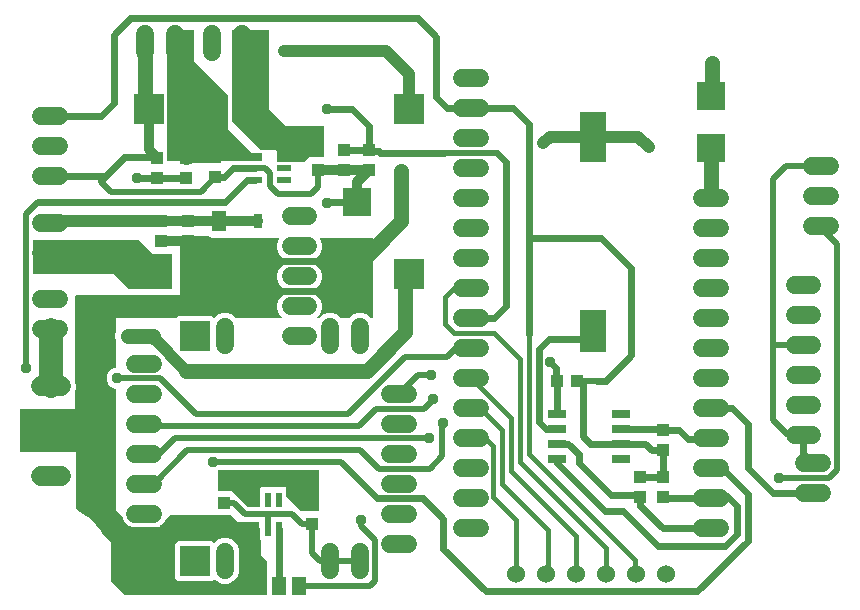
<source format=gbr>
G04 EAGLE Gerber RS-274X export*
G75*
%MOMM*%
%FSLAX34Y34*%
%LPD*%
%INTop Copper*%
%IPPOS*%
%AMOC8*
5,1,8,0,0,1.08239X$1,22.5*%
G01*
%ADD10R,1.000000X1.100000*%
%ADD11R,2.300000X4.300000*%
%ADD12R,2.300000X3.660000*%
%ADD13R,1.200000X0.600000*%
%ADD14R,1.525000X0.650000*%
%ADD15C,1.508000*%
%ADD16R,2.540000X2.540000*%
%ADD17R,0.800000X1.150000*%
%ADD18R,1.250000X1.700000*%
%ADD19R,2.450000X2.350000*%
%ADD20R,2.400000X2.400000*%
%ADD21C,1.524000*%
%ADD22R,1.100000X1.000000*%
%ADD23C,1.676400*%
%ADD24C,1.524000*%
%ADD25R,0.600000X1.200000*%
%ADD26R,1.300000X1.500000*%
%ADD27C,0.609600*%
%ADD28C,0.508000*%
%ADD29C,0.812800*%
%ADD30C,1.016000*%
%ADD31C,0.956400*%
%ADD32C,1.270000*%
%ADD33C,0.406400*%
%ADD34C,0.304800*%
%ADD35C,2.000000*%
%ADD36C,0.950000*%

G36*
X218213Y9172D02*
X218213Y9172D01*
X218264Y9174D01*
X218296Y9192D01*
X218332Y9200D01*
X218371Y9233D01*
X218416Y9257D01*
X218437Y9287D01*
X218465Y9310D01*
X218486Y9357D01*
X218516Y9399D01*
X218524Y9441D01*
X218536Y9469D01*
X218535Y9499D01*
X218543Y9541D01*
X218543Y25948D01*
X218709Y26113D01*
X218749Y26178D01*
X218793Y26240D01*
X218795Y26252D01*
X218800Y26260D01*
X218804Y26298D01*
X218820Y26382D01*
X218820Y38100D01*
X218807Y38158D01*
X218807Y38160D01*
X218806Y38162D01*
X218803Y38174D01*
X218790Y38249D01*
X218783Y38259D01*
X218781Y38269D01*
X218757Y38298D01*
X218709Y38369D01*
X213740Y43338D01*
X213740Y56034D01*
X213723Y56108D01*
X213710Y56183D01*
X213703Y56193D01*
X213701Y56203D01*
X213677Y56231D01*
X213629Y56303D01*
X212391Y57540D01*
X212391Y71120D01*
X212380Y71170D01*
X212378Y71221D01*
X212360Y71253D01*
X212352Y71289D01*
X212319Y71328D01*
X212295Y71373D01*
X212265Y71394D01*
X212242Y71422D01*
X212195Y71443D01*
X212153Y71473D01*
X212111Y71481D01*
X212083Y71493D01*
X212053Y71492D01*
X212011Y71500D01*
X194214Y71500D01*
X188229Y77485D01*
X188164Y77525D01*
X188102Y77569D01*
X188090Y77571D01*
X188082Y77576D01*
X188045Y77580D01*
X187960Y77596D01*
X137668Y77596D01*
X137594Y77579D01*
X137519Y77566D01*
X137509Y77559D01*
X137499Y77557D01*
X137470Y77533D01*
X137399Y77485D01*
X132572Y72658D01*
X132572Y72657D01*
X132570Y72656D01*
X132490Y72535D01*
X132238Y71926D01*
X128974Y68662D01*
X128365Y68410D01*
X128364Y68409D01*
X128362Y68409D01*
X128242Y68328D01*
X127351Y67436D01*
X126090Y67436D01*
X126088Y67436D01*
X126086Y67436D01*
X125944Y67407D01*
X124708Y66895D01*
X105012Y66895D01*
X100746Y68662D01*
X97482Y71926D01*
X95715Y76192D01*
X95715Y76369D01*
X95698Y76443D01*
X95685Y76518D01*
X95678Y76528D01*
X95676Y76538D01*
X95652Y76567D01*
X95604Y76638D01*
X90804Y81438D01*
X90804Y183813D01*
X90793Y183863D01*
X90791Y183914D01*
X90773Y183946D01*
X90765Y183982D01*
X90732Y184021D01*
X90708Y184066D01*
X90678Y184087D01*
X90655Y184115D01*
X90608Y184136D01*
X90566Y184166D01*
X90524Y184174D01*
X90496Y184186D01*
X90466Y184185D01*
X90424Y184193D01*
X90188Y184193D01*
X86937Y185540D01*
X84448Y188029D01*
X83101Y191280D01*
X83101Y194800D01*
X84448Y198051D01*
X86937Y200540D01*
X90188Y201887D01*
X90424Y201887D01*
X90474Y201898D01*
X90525Y201900D01*
X90557Y201918D01*
X90593Y201926D01*
X90632Y201959D01*
X90677Y201983D01*
X90698Y202013D01*
X90726Y202036D01*
X90747Y202083D01*
X90777Y202125D01*
X90785Y202167D01*
X90797Y202195D01*
X90796Y202225D01*
X90804Y202267D01*
X90804Y226324D01*
X90804Y226326D01*
X90804Y226328D01*
X90775Y226470D01*
X90585Y226928D01*
X90585Y231072D01*
X90775Y231530D01*
X90776Y231532D01*
X90777Y231534D01*
X90804Y231676D01*
X90804Y243968D01*
X141642Y243968D01*
X141716Y243985D01*
X141791Y243998D01*
X141801Y244005D01*
X141811Y244007D01*
X141839Y244031D01*
X141911Y244079D01*
X143496Y245665D01*
X172264Y245665D01*
X173849Y244079D01*
X173914Y244039D01*
X173976Y243995D01*
X173988Y243993D01*
X173996Y243988D01*
X174033Y243984D01*
X174118Y243968D01*
X174239Y243968D01*
X174313Y243985D01*
X174387Y243998D01*
X174398Y244005D01*
X174407Y244007D01*
X174436Y244031D01*
X174508Y244079D01*
X176706Y246278D01*
X180972Y248045D01*
X185588Y248045D01*
X189854Y246278D01*
X192052Y244079D01*
X192117Y244039D01*
X192179Y243995D01*
X192191Y243993D01*
X192200Y243988D01*
X192237Y243984D01*
X192321Y243968D01*
X231543Y243968D01*
X231568Y243974D01*
X231593Y243971D01*
X231651Y243993D01*
X231711Y244007D01*
X231731Y244024D01*
X231755Y244033D01*
X231797Y244078D01*
X231845Y244117D01*
X231856Y244141D01*
X231873Y244160D01*
X231891Y244219D01*
X231916Y244276D01*
X231915Y244301D01*
X231922Y244326D01*
X231912Y244387D01*
X231909Y244449D01*
X231897Y244471D01*
X231893Y244497D01*
X231844Y244568D01*
X231827Y244601D01*
X231818Y244607D01*
X231812Y244617D01*
X229002Y247426D01*
X227235Y251692D01*
X227235Y256308D01*
X229002Y260574D01*
X232266Y263838D01*
X236532Y265605D01*
X256228Y265605D01*
X260494Y263838D01*
X263758Y260574D01*
X265525Y256308D01*
X265525Y251692D01*
X263758Y247426D01*
X260948Y244617D01*
X260935Y244595D01*
X260915Y244579D01*
X260890Y244522D01*
X260857Y244470D01*
X260855Y244444D01*
X260844Y244420D01*
X260846Y244359D01*
X260840Y244297D01*
X260850Y244273D01*
X260851Y244247D01*
X260880Y244193D01*
X260902Y244135D01*
X260921Y244118D01*
X260933Y244095D01*
X260984Y244060D01*
X261029Y244018D01*
X261054Y244010D01*
X261075Y243995D01*
X261160Y243979D01*
X261195Y243968D01*
X261205Y243970D01*
X261217Y243968D01*
X263139Y243968D01*
X263213Y243985D01*
X263287Y243998D01*
X263298Y244005D01*
X263307Y244007D01*
X263336Y244031D01*
X263408Y244079D01*
X265606Y246278D01*
X269872Y248045D01*
X274488Y248045D01*
X278754Y246278D01*
X280952Y244079D01*
X281017Y244039D01*
X281079Y243995D01*
X281091Y243993D01*
X281100Y243988D01*
X281137Y243984D01*
X281221Y243968D01*
X288539Y243968D01*
X288613Y243985D01*
X288687Y243998D01*
X288698Y244005D01*
X288707Y244007D01*
X288736Y244031D01*
X288808Y244079D01*
X291006Y246278D01*
X295272Y248045D01*
X299888Y248045D01*
X304154Y246278D01*
X306352Y244079D01*
X306417Y244039D01*
X306479Y243995D01*
X306491Y243993D01*
X306500Y243988D01*
X306537Y243984D01*
X306621Y243968D01*
X308356Y243968D01*
X308406Y243979D01*
X308457Y243981D01*
X308489Y243999D01*
X308525Y244007D01*
X308564Y244040D01*
X308609Y244064D01*
X308630Y244094D01*
X308658Y244117D01*
X308679Y244164D01*
X308709Y244206D01*
X308717Y244248D01*
X308729Y244276D01*
X308728Y244306D01*
X308736Y244348D01*
X308736Y311404D01*
X308725Y311454D01*
X308723Y311505D01*
X308705Y311537D01*
X308697Y311573D01*
X308664Y311612D01*
X308640Y311657D01*
X308610Y311678D01*
X308587Y311706D01*
X308540Y311727D01*
X308498Y311757D01*
X308456Y311765D01*
X308428Y311777D01*
X308398Y311776D01*
X308356Y311784D01*
X264157Y311784D01*
X264120Y311775D01*
X264081Y311777D01*
X264036Y311756D01*
X263988Y311745D01*
X263959Y311720D01*
X263924Y311704D01*
X263893Y311666D01*
X263855Y311635D01*
X263839Y311599D01*
X263815Y311570D01*
X263804Y311522D01*
X263784Y311476D01*
X263785Y311438D01*
X263777Y311400D01*
X263789Y311341D01*
X263790Y311303D01*
X263800Y311285D01*
X263806Y311258D01*
X265525Y307108D01*
X265525Y302492D01*
X263758Y298226D01*
X260494Y294962D01*
X256228Y293195D01*
X236532Y293195D01*
X232266Y294962D01*
X229002Y298226D01*
X227235Y302492D01*
X227235Y307108D01*
X228954Y311258D01*
X228961Y311296D01*
X228976Y311332D01*
X228974Y311381D01*
X228982Y311429D01*
X228971Y311466D01*
X228970Y311505D01*
X228946Y311548D01*
X228932Y311595D01*
X228905Y311623D01*
X228887Y311657D01*
X228847Y311685D01*
X228813Y311721D01*
X228777Y311734D01*
X228745Y311757D01*
X228686Y311768D01*
X228650Y311781D01*
X228630Y311779D01*
X228603Y311784D01*
X145796Y311784D01*
X145746Y311773D01*
X145695Y311771D01*
X145663Y311753D01*
X145627Y311745D01*
X145588Y311712D01*
X145543Y311688D01*
X145522Y311658D01*
X145494Y311635D01*
X145473Y311588D01*
X145443Y311546D01*
X145435Y311504D01*
X145423Y311476D01*
X145424Y311446D01*
X145416Y311404D01*
X145416Y263810D01*
X145131Y263524D01*
X57912Y263524D01*
X57838Y263507D01*
X57763Y263494D01*
X57753Y263487D01*
X57743Y263485D01*
X57714Y263461D01*
X57643Y263413D01*
X56627Y262397D01*
X56587Y262332D01*
X56543Y262270D01*
X56541Y262258D01*
X56536Y262250D01*
X56532Y262213D01*
X56516Y262128D01*
X56516Y189407D01*
X56516Y189405D01*
X56516Y189403D01*
X56532Y189326D01*
X56533Y189299D01*
X56540Y189285D01*
X56545Y189261D01*
X56829Y188576D01*
X56829Y183624D01*
X56545Y182939D01*
X56544Y182937D01*
X56543Y182935D01*
X56516Y182793D01*
X56516Y167004D01*
X10541Y167004D01*
X10491Y166993D01*
X10440Y166991D01*
X10408Y166973D01*
X10372Y166965D01*
X10333Y166932D01*
X10288Y166908D01*
X10267Y166878D01*
X10239Y166855D01*
X10218Y166808D01*
X10188Y166766D01*
X10180Y166724D01*
X10168Y166696D01*
X10169Y166666D01*
X10161Y166624D01*
X10161Y131064D01*
X10172Y131014D01*
X10174Y130963D01*
X10192Y130931D01*
X10200Y130895D01*
X10233Y130856D01*
X10257Y130811D01*
X10287Y130790D01*
X10310Y130762D01*
X10357Y130741D01*
X10399Y130711D01*
X10441Y130703D01*
X10469Y130691D01*
X10499Y130692D01*
X10541Y130684D01*
X57024Y130684D01*
X57024Y83820D01*
X57041Y83746D01*
X57054Y83671D01*
X57061Y83661D01*
X57063Y83651D01*
X57087Y83622D01*
X57135Y83551D01*
X60815Y79871D01*
X60844Y79853D01*
X60879Y79820D01*
X70273Y73783D01*
X78605Y64167D01*
X80329Y60391D01*
X80346Y60369D01*
X80406Y60280D01*
X86488Y54199D01*
X86488Y21336D01*
X86505Y21262D01*
X86508Y21246D01*
X86509Y21228D01*
X86512Y21222D01*
X86518Y21187D01*
X86525Y21177D01*
X86527Y21167D01*
X86551Y21138D01*
X86583Y21090D01*
X86591Y21076D01*
X86595Y21073D01*
X86599Y21067D01*
X98394Y9272D01*
X98459Y9232D01*
X98521Y9188D01*
X98533Y9186D01*
X98541Y9181D01*
X98578Y9177D01*
X98663Y9161D01*
X218163Y9161D01*
X218213Y9172D01*
G37*
G36*
X214426Y377075D02*
X214426Y377075D01*
X214477Y377077D01*
X214509Y377095D01*
X214545Y377103D01*
X214584Y377136D01*
X214629Y377160D01*
X214650Y377190D01*
X214678Y377213D01*
X214699Y377260D01*
X214729Y377302D01*
X214737Y377344D01*
X214749Y377372D01*
X214748Y377402D01*
X214756Y377444D01*
X214756Y383540D01*
X214745Y383590D01*
X214743Y383641D01*
X214725Y383673D01*
X214717Y383709D01*
X214684Y383748D01*
X214660Y383793D01*
X214630Y383814D01*
X214607Y383842D01*
X214560Y383863D01*
X214518Y383893D01*
X214476Y383901D01*
X214448Y383913D01*
X214418Y383912D01*
X214376Y383920D01*
X205898Y383920D01*
X185800Y404018D01*
X185800Y432308D01*
X185783Y432382D01*
X185770Y432457D01*
X185763Y432467D01*
X185761Y432477D01*
X185737Y432506D01*
X185689Y432577D01*
X156844Y461422D01*
X156844Y487680D01*
X156833Y487730D01*
X156831Y487781D01*
X156813Y487813D01*
X156805Y487849D01*
X156772Y487888D01*
X156748Y487933D01*
X156718Y487954D01*
X156695Y487982D01*
X156648Y488003D01*
X156606Y488033D01*
X156564Y488041D01*
X156536Y488053D01*
X156506Y488052D01*
X156464Y488060D01*
X134620Y488060D01*
X134570Y488049D01*
X134519Y488047D01*
X134487Y488029D01*
X134451Y488021D01*
X134412Y487988D01*
X134367Y487964D01*
X134346Y487934D01*
X134318Y487911D01*
X134297Y487864D01*
X134267Y487822D01*
X134259Y487780D01*
X134247Y487752D01*
X134248Y487722D01*
X134240Y487680D01*
X134240Y377444D01*
X134251Y377394D01*
X134253Y377343D01*
X134271Y377311D01*
X134279Y377275D01*
X134312Y377236D01*
X134336Y377191D01*
X134366Y377170D01*
X134389Y377142D01*
X134436Y377121D01*
X134478Y377091D01*
X134520Y377083D01*
X134548Y377071D01*
X134578Y377072D01*
X134620Y377064D01*
X214376Y377064D01*
X214426Y377075D01*
G37*
G36*
X251026Y376573D02*
X251026Y376573D01*
X251101Y376586D01*
X251111Y376593D01*
X251121Y376595D01*
X251150Y376619D01*
X251221Y376667D01*
X254666Y380112D01*
X266700Y380112D01*
X266750Y380123D01*
X266801Y380125D01*
X266833Y380143D01*
X266869Y380151D01*
X266908Y380184D01*
X266953Y380208D01*
X266974Y380238D01*
X267002Y380261D01*
X267023Y380308D01*
X267053Y380350D01*
X267061Y380392D01*
X267073Y380420D01*
X267072Y380450D01*
X267080Y380492D01*
X267080Y405892D01*
X267069Y405942D01*
X267067Y405993D01*
X267049Y406025D01*
X267041Y406061D01*
X267008Y406100D01*
X266984Y406145D01*
X266954Y406166D01*
X266931Y406194D01*
X266884Y406215D01*
X266842Y406245D01*
X266800Y406253D01*
X266772Y406265D01*
X266742Y406264D01*
X266700Y406272D01*
X235362Y406272D01*
X220344Y421290D01*
X220344Y487680D01*
X220333Y487730D01*
X220331Y487781D01*
X220313Y487813D01*
X220305Y487849D01*
X220272Y487888D01*
X220248Y487933D01*
X220218Y487954D01*
X220195Y487982D01*
X220148Y488003D01*
X220106Y488033D01*
X220064Y488041D01*
X220036Y488053D01*
X220006Y488052D01*
X219964Y488060D01*
X189992Y488060D01*
X189942Y488049D01*
X189891Y488047D01*
X189859Y488029D01*
X189823Y488021D01*
X189784Y487988D01*
X189739Y487964D01*
X189718Y487934D01*
X189690Y487911D01*
X189669Y487864D01*
X189639Y487822D01*
X189631Y487780D01*
X189619Y487752D01*
X189620Y487722D01*
X189612Y487680D01*
X189612Y410464D01*
X189629Y410390D01*
X189642Y410315D01*
X189649Y410305D01*
X189651Y410295D01*
X189675Y410266D01*
X189723Y410195D01*
X213599Y386319D01*
X213664Y386279D01*
X213726Y386235D01*
X213738Y386233D01*
X213746Y386228D01*
X213783Y386224D01*
X213868Y386208D01*
X226411Y386208D01*
X227204Y385415D01*
X227204Y376936D01*
X227215Y376886D01*
X227217Y376835D01*
X227235Y376803D01*
X227243Y376767D01*
X227276Y376728D01*
X227300Y376683D01*
X227330Y376662D01*
X227353Y376634D01*
X227400Y376613D01*
X227442Y376583D01*
X227484Y376575D01*
X227512Y376563D01*
X227542Y376564D01*
X227584Y376556D01*
X250952Y376556D01*
X251026Y376573D01*
G37*
G36*
X138226Y268363D02*
X138226Y268363D01*
X138277Y268365D01*
X138309Y268383D01*
X138345Y268391D01*
X138384Y268424D01*
X138429Y268448D01*
X138450Y268478D01*
X138478Y268501D01*
X138499Y268548D01*
X138529Y268590D01*
X138537Y268632D01*
X138549Y268660D01*
X138548Y268690D01*
X138556Y268732D01*
X138556Y297688D01*
X138545Y297738D01*
X138543Y297789D01*
X138525Y297821D01*
X138517Y297857D01*
X138484Y297896D01*
X138460Y297941D01*
X138430Y297962D01*
X138407Y297990D01*
X138360Y298011D01*
X138318Y298041D01*
X138276Y298049D01*
X138248Y298061D01*
X138218Y298060D01*
X138176Y298068D01*
X122078Y298068D01*
X109997Y310149D01*
X109932Y310189D01*
X109870Y310233D01*
X109858Y310235D01*
X109850Y310240D01*
X109813Y310244D01*
X109728Y310260D01*
X21336Y310260D01*
X21286Y310249D01*
X21235Y310247D01*
X21203Y310229D01*
X21167Y310221D01*
X21128Y310188D01*
X21083Y310164D01*
X21062Y310134D01*
X21034Y310111D01*
X21013Y310064D01*
X20983Y310022D01*
X20975Y309980D01*
X20963Y309952D01*
X20964Y309922D01*
X20956Y309880D01*
X20956Y281432D01*
X20967Y281382D01*
X20969Y281331D01*
X20987Y281299D01*
X20995Y281263D01*
X21028Y281224D01*
X21052Y281179D01*
X21082Y281158D01*
X21105Y281130D01*
X21152Y281109D01*
X21194Y281079D01*
X21236Y281071D01*
X21264Y281059D01*
X21294Y281060D01*
X21336Y281052D01*
X89759Y281052D01*
X102347Y268463D01*
X102412Y268423D01*
X102474Y268379D01*
X102486Y268377D01*
X102494Y268372D01*
X102531Y268368D01*
X102616Y268352D01*
X138176Y268352D01*
X138226Y268363D01*
G37*
G36*
X262686Y80911D02*
X262686Y80911D01*
X262737Y80913D01*
X262769Y80931D01*
X262805Y80939D01*
X262844Y80972D01*
X262889Y80996D01*
X262910Y81026D01*
X262938Y81049D01*
X262959Y81096D01*
X262989Y81138D01*
X262997Y81180D01*
X263009Y81208D01*
X263008Y81238D01*
X263016Y81280D01*
X263016Y114808D01*
X263005Y114858D01*
X263003Y114909D01*
X262985Y114941D01*
X262977Y114977D01*
X262944Y115016D01*
X262920Y115061D01*
X262890Y115082D01*
X262867Y115110D01*
X262820Y115131D01*
X262778Y115161D01*
X262736Y115169D01*
X262708Y115181D01*
X262678Y115180D01*
X262636Y115188D01*
X177800Y115188D01*
X177750Y115177D01*
X177699Y115175D01*
X177667Y115157D01*
X177631Y115149D01*
X177592Y115116D01*
X177547Y115092D01*
X177526Y115062D01*
X177498Y115039D01*
X177477Y114992D01*
X177447Y114950D01*
X177439Y114908D01*
X177427Y114880D01*
X177428Y114850D01*
X177420Y114808D01*
X177420Y98044D01*
X177431Y97994D01*
X177433Y97943D01*
X177451Y97911D01*
X177459Y97875D01*
X177492Y97836D01*
X177516Y97791D01*
X177546Y97770D01*
X177569Y97742D01*
X177616Y97721D01*
X177658Y97691D01*
X177700Y97683D01*
X177728Y97671D01*
X177758Y97672D01*
X177800Y97664D01*
X189327Y97664D01*
X202931Y84059D01*
X202996Y84019D01*
X203058Y83975D01*
X203070Y83973D01*
X203078Y83968D01*
X203115Y83964D01*
X203200Y83948D01*
X212852Y83948D01*
X212902Y83959D01*
X212953Y83961D01*
X212985Y83979D01*
X213021Y83987D01*
X213060Y84020D01*
X213105Y84044D01*
X213126Y84074D01*
X213154Y84097D01*
X213175Y84144D01*
X213205Y84186D01*
X213213Y84228D01*
X213225Y84256D01*
X213224Y84286D01*
X213232Y84328D01*
X213232Y100712D01*
X235332Y100712D01*
X235332Y92456D01*
X235349Y92382D01*
X235362Y92307D01*
X235369Y92297D01*
X235371Y92287D01*
X235395Y92258D01*
X235443Y92187D01*
X246619Y81011D01*
X246684Y80971D01*
X246746Y80927D01*
X246758Y80925D01*
X246766Y80920D01*
X246803Y80916D01*
X246888Y80900D01*
X262636Y80900D01*
X262686Y80911D01*
G37*
%LPC*%
G36*
X180972Y19255D02*
X180972Y19255D01*
X176706Y21022D01*
X174447Y23281D01*
X174404Y23308D01*
X174367Y23343D01*
X174331Y23353D01*
X174300Y23373D01*
X174249Y23377D01*
X174200Y23392D01*
X174164Y23386D01*
X174128Y23389D01*
X174080Y23371D01*
X174030Y23362D01*
X173994Y23338D01*
X173966Y23327D01*
X173945Y23305D01*
X173910Y23281D01*
X172264Y21635D01*
X143496Y21635D01*
X141115Y24016D01*
X141115Y52784D01*
X143496Y55165D01*
X172264Y55165D01*
X173910Y53519D01*
X173953Y53492D01*
X173990Y53457D01*
X174026Y53447D01*
X174057Y53427D01*
X174107Y53423D01*
X174156Y53408D01*
X174193Y53414D01*
X174229Y53411D01*
X174277Y53429D01*
X174327Y53438D01*
X174363Y53462D01*
X174391Y53473D01*
X174412Y53495D01*
X174447Y53519D01*
X176706Y55778D01*
X180972Y57545D01*
X185588Y57545D01*
X189854Y55778D01*
X193118Y52514D01*
X194885Y48248D01*
X194885Y28552D01*
X193118Y24286D01*
X189854Y21022D01*
X185588Y19255D01*
X180972Y19255D01*
G37*
%LPD*%
%LPC*%
G36*
X236532Y267795D02*
X236532Y267795D01*
X232266Y269562D01*
X229002Y272826D01*
X227235Y277092D01*
X227235Y281708D01*
X229002Y285974D01*
X232266Y289238D01*
X236532Y291005D01*
X256228Y291005D01*
X260494Y289238D01*
X263758Y285974D01*
X265525Y281708D01*
X265525Y277092D01*
X263758Y272826D01*
X260494Y269562D01*
X256228Y267795D01*
X236532Y267795D01*
G37*
%LPD*%
D10*
X175000Y363100D03*
X175000Y380100D03*
X262000Y386000D03*
X262000Y369000D03*
X284000Y386100D03*
X284000Y369100D03*
D11*
X494900Y397658D03*
D12*
X494900Y233245D03*
D13*
X208400Y380200D03*
X208400Y370700D03*
X208400Y361200D03*
X233400Y361200D03*
X233400Y370700D03*
X233400Y380200D03*
D14*
X518980Y125058D03*
X518980Y137758D03*
X518980Y150458D03*
X518980Y163158D03*
X464740Y163158D03*
X464740Y150458D03*
X464740Y137758D03*
X464740Y125058D03*
D10*
X554000Y92576D03*
X554000Y109576D03*
X535000Y92776D03*
X535000Y109776D03*
X554000Y149300D03*
X554000Y132300D03*
X126000Y362900D03*
X126000Y379900D03*
X150000Y379900D03*
X150000Y362900D03*
D15*
X384160Y447200D02*
X399240Y447200D01*
X399240Y421800D02*
X384160Y421800D01*
X384160Y396400D02*
X399240Y396400D01*
X399240Y371000D02*
X384160Y371000D01*
X384160Y345600D02*
X399240Y345600D01*
X399240Y320200D02*
X384160Y320200D01*
X384160Y294800D02*
X399240Y294800D01*
X399240Y269400D02*
X384160Y269400D01*
X384160Y244000D02*
X399240Y244000D01*
X399240Y218600D02*
X384160Y218600D01*
X384160Y193200D02*
X399240Y193200D01*
X399240Y167800D02*
X384160Y167800D01*
X384160Y142400D02*
X399240Y142400D01*
X399240Y117000D02*
X384160Y117000D01*
X384160Y91600D02*
X399240Y91600D01*
X399240Y66200D02*
X384160Y66200D01*
X587360Y66200D02*
X602440Y66200D01*
X602440Y91600D02*
X587360Y91600D01*
X587360Y117000D02*
X602440Y117000D01*
X602440Y142400D02*
X587360Y142400D01*
X587360Y167800D02*
X602440Y167800D01*
X602440Y193200D02*
X587360Y193200D01*
X587360Y218600D02*
X602440Y218600D01*
X602440Y244000D02*
X587360Y244000D01*
X587360Y269400D02*
X602440Y269400D01*
X602440Y294800D02*
X587360Y294800D01*
X587360Y320200D02*
X602440Y320200D01*
X602440Y345600D02*
X587360Y345600D01*
X253920Y330200D02*
X238840Y330200D01*
X238840Y304800D02*
X253920Y304800D01*
X253920Y279400D02*
X238840Y279400D01*
X238840Y254000D02*
X253920Y254000D01*
X253920Y228600D02*
X238840Y228600D01*
X665560Y271780D02*
X680640Y271780D01*
X680640Y246380D02*
X665560Y246380D01*
X665560Y220980D02*
X680640Y220980D01*
X680640Y195580D02*
X665560Y195580D01*
X665560Y170180D02*
X680640Y170180D01*
X680640Y144780D02*
X665560Y144780D01*
X42440Y415056D02*
X27360Y415056D01*
X27360Y389656D02*
X42440Y389656D01*
X42440Y364256D02*
X27360Y364256D01*
X107320Y205500D02*
X122400Y205500D01*
X122400Y180100D02*
X107320Y180100D01*
X107320Y154700D02*
X122400Y154700D01*
X122400Y129300D02*
X107320Y129300D01*
X107320Y103900D02*
X122400Y103900D01*
X122400Y78500D02*
X107320Y78500D01*
X323220Y180100D02*
X338300Y180100D01*
X338300Y154700D02*
X323220Y154700D01*
X323220Y129300D02*
X338300Y129300D01*
X338300Y103900D02*
X323220Y103900D01*
X323220Y78500D02*
X338300Y78500D01*
X338300Y53100D02*
X323220Y53100D01*
X297580Y221360D02*
X297580Y236440D01*
X272180Y236440D02*
X272180Y221360D01*
X183280Y221360D02*
X183280Y236440D01*
X183280Y45940D02*
X183280Y30860D01*
X272180Y30860D02*
X272180Y45940D01*
X297580Y45940D02*
X297580Y30860D01*
D16*
X157880Y38400D03*
X157880Y228900D03*
D10*
X305000Y386500D03*
X305000Y369500D03*
D17*
X211000Y291500D03*
X211000Y326500D03*
D18*
X178000Y299500D03*
X178000Y326500D03*
D10*
X152000Y309500D03*
X152000Y326500D03*
X129000Y309500D03*
X129000Y326500D03*
D19*
X295000Y280000D03*
X295000Y342000D03*
D20*
X595000Y432000D03*
X595000Y388000D03*
D21*
X680636Y372892D02*
X695876Y372892D01*
X695876Y347492D02*
X680636Y347492D01*
X680636Y322092D02*
X695876Y322092D01*
D16*
X339000Y281000D03*
X339000Y421000D03*
X119000Y281000D03*
X119000Y421000D03*
D15*
X42540Y324224D02*
X27460Y324224D01*
X27460Y298824D02*
X42540Y298824D01*
X140700Y469460D02*
X140700Y484540D01*
X115300Y484540D02*
X115300Y469460D01*
X197700Y469460D02*
X197700Y484540D01*
X172300Y484540D02*
X172300Y469460D01*
X42540Y260192D02*
X27460Y260192D01*
X27460Y234792D02*
X42540Y234792D01*
D22*
X464152Y191000D03*
X481152Y191000D03*
D23*
X44382Y109900D02*
X27618Y109900D01*
X27618Y148000D02*
X44382Y148000D01*
X44382Y186100D02*
X27618Y186100D01*
D15*
X673572Y96300D02*
X688652Y96300D01*
X688652Y121700D02*
X673572Y121700D01*
D24*
X480568Y26924D03*
X455168Y26924D03*
X429768Y26924D03*
X505968Y26924D03*
X531368Y26924D03*
X556768Y26924D03*
D25*
X209956Y65224D03*
X219456Y65224D03*
X228956Y65224D03*
X228956Y90224D03*
X219456Y90224D03*
X209956Y90224D03*
D10*
X182372Y87748D03*
X182372Y70748D03*
X257048Y86732D03*
X257048Y69732D03*
D26*
X212108Y16764D03*
X229108Y16764D03*
X246108Y16764D03*
D27*
X464152Y163746D02*
X464740Y163158D01*
X464152Y163746D02*
X464152Y191000D01*
X673100Y129712D02*
X681112Y121700D01*
X673100Y129712D02*
X673100Y144780D01*
D28*
X660220Y144780D01*
X647000Y158000D01*
X647000Y219000D01*
X648980Y220980D02*
X673100Y220980D01*
X648980Y220980D02*
X647000Y219000D01*
X657892Y372892D02*
X688256Y372892D01*
X657892Y372892D02*
X647000Y362000D01*
X647000Y219000D01*
D29*
X152000Y326500D02*
X129000Y326500D01*
X152000Y326500D02*
X178000Y326500D01*
X211000Y326500D01*
X126000Y379900D02*
X119000Y386900D01*
X119000Y421000D01*
D27*
X175000Y363100D02*
X182100Y363100D01*
X189700Y370700D02*
X208400Y370700D01*
X189700Y370700D02*
X182100Y363100D01*
D28*
X208400Y370700D02*
X217300Y370700D01*
X221000Y367000D02*
X221000Y356000D01*
X228000Y349000D01*
X262000Y355000D02*
X262000Y369000D01*
X221000Y367000D02*
X217300Y370700D01*
X228000Y349000D02*
X256000Y349000D01*
X262000Y355000D01*
D29*
X262000Y369000D02*
X283900Y369000D01*
D27*
X284000Y369100D01*
X304600Y369100D02*
X305000Y369500D01*
D29*
X304600Y369100D02*
X284000Y369100D01*
D27*
X82256Y364256D02*
X34900Y364256D01*
X78700Y360700D02*
X82256Y364256D01*
X98000Y380000D01*
X125900Y380000D01*
X126000Y379900D01*
D28*
X162900Y351000D02*
X175000Y363100D01*
X162900Y351000D02*
X87000Y351000D01*
X78700Y359300D01*
X78700Y360700D01*
D30*
X128756Y326256D02*
X129000Y326500D01*
X128756Y326256D02*
X37032Y326256D01*
X35000Y324224D01*
D27*
X458828Y207256D02*
X463908Y202176D01*
X463908Y191244D01*
X464152Y191000D01*
D31*
X458828Y207256D03*
D30*
X494900Y397658D02*
X533342Y397658D01*
X542000Y389000D01*
D31*
X542000Y389000D03*
D30*
X494900Y397658D02*
X458070Y397658D01*
X452460Y392048D01*
D31*
X452460Y392048D03*
D30*
X339000Y421000D02*
X339000Y451000D01*
X320000Y470000D01*
D31*
X233000Y470000D03*
D30*
X320000Y470000D01*
D29*
X295000Y359500D02*
X295000Y342000D01*
X295000Y359500D02*
X305000Y369500D01*
D32*
X115300Y424700D02*
X115300Y477000D01*
X115300Y424700D02*
X119000Y421000D01*
D31*
X466852Y397764D03*
X530352Y397764D03*
D27*
X295000Y342000D02*
X270372Y342000D01*
X269748Y341376D01*
D31*
X269748Y341376D03*
D28*
X272180Y38400D02*
X263352Y38400D01*
X257048Y44704D01*
X272180Y38400D02*
X297580Y38400D01*
X190636Y87748D02*
X182372Y87748D01*
X190636Y87748D02*
X200152Y78232D01*
X219456Y78232D01*
X239776Y78232D01*
X248276Y69732D01*
X219456Y65224D02*
X219456Y78232D01*
X248276Y69732D02*
X257048Y69732D01*
X257048Y44704D01*
D27*
X518980Y137758D02*
X539242Y137758D01*
X545000Y132000D01*
X553700Y132000D01*
X554000Y132300D01*
X554000Y109576D01*
X553800Y109776D01*
X535000Y109776D01*
X518980Y137758D02*
X492242Y137758D01*
X486000Y144000D01*
X486000Y191000D01*
X498000Y191000D02*
X505664Y191000D01*
X527156Y212492D01*
X527156Y286332D01*
X391700Y421800D02*
X371200Y421800D01*
X362000Y431000D02*
X362000Y482396D01*
X346604Y497792D01*
X103000Y497792D01*
X89000Y483792D01*
X89000Y426000D02*
X78064Y415064D01*
X34908Y415064D02*
X34900Y415056D01*
X34908Y415064D02*
X78064Y415064D01*
X362000Y431000D02*
X371200Y421800D01*
X89000Y426000D02*
X89000Y483792D01*
X481152Y191000D02*
X486000Y191000D01*
D33*
X530352Y39116D02*
X530352Y27940D01*
X531368Y26924D01*
D28*
X498000Y191000D02*
X481152Y191000D01*
D33*
X440944Y230124D02*
X440944Y128524D01*
X530352Y39116D01*
D27*
X440944Y230124D02*
X440944Y311912D01*
X440944Y408432D01*
X427576Y421800D01*
X440944Y311912D02*
X501576Y311912D01*
X527156Y286332D01*
X427576Y421800D02*
X391700Y421800D01*
X464740Y137758D02*
X473814Y137758D01*
X482636Y128936D01*
X482636Y121700D02*
X510336Y94000D01*
X533776Y94000D01*
X535000Y92776D01*
X482636Y121700D02*
X482636Y128936D01*
X535000Y92776D02*
X535000Y85000D01*
X553800Y66200D02*
X594900Y66200D01*
X553800Y66200D02*
X535000Y85000D01*
X464740Y121072D02*
X464740Y125058D01*
X607000Y51000D02*
X617000Y61000D01*
X617000Y84508D01*
X608508Y93000D01*
X596300Y93000D01*
X594900Y91600D01*
X504812Y81000D02*
X464740Y121072D01*
X504812Y81000D02*
X520000Y81000D01*
X550000Y51000D01*
X607000Y51000D01*
X594900Y91600D02*
X554976Y91600D01*
X554000Y92576D01*
D31*
X652000Y109000D03*
D28*
X695112Y109000D01*
X701144Y115032D02*
X701144Y306856D01*
X687082Y320918D01*
X688256Y322092D01*
X701144Y115032D02*
X695112Y109000D01*
D27*
X464740Y150458D02*
X454894Y150458D01*
X449416Y155936D01*
X449416Y217844D01*
X457860Y226288D01*
X495000Y226288D02*
X495000Y233145D01*
X494900Y233245D01*
X495000Y226288D02*
X457860Y226288D01*
X552842Y150458D02*
X554000Y149300D01*
X552842Y150458D02*
X518980Y150458D01*
X554000Y149300D02*
X567700Y149300D01*
X575000Y142000D01*
X594500Y142000D01*
X594900Y142400D01*
X208300Y380100D02*
X175000Y380100D01*
X208300Y380100D02*
X208400Y380200D01*
D32*
X150200Y380100D02*
X150200Y429800D01*
X140700Y439300D01*
D30*
X150200Y380100D02*
X150000Y379900D01*
X150200Y380100D02*
X175000Y380100D01*
D32*
X140700Y439300D02*
X140700Y477000D01*
D27*
X150000Y362900D02*
X126000Y362900D01*
X109100Y362900D01*
X109000Y363000D01*
D31*
X109000Y363000D03*
X91948Y193040D03*
D28*
X159004Y162560D02*
X287528Y162560D01*
X159004Y162560D02*
X128524Y193040D01*
X91948Y193040D01*
X335788Y210820D02*
X371348Y210820D01*
X379128Y218600D01*
X391700Y218600D01*
X335788Y210820D02*
X287528Y162560D01*
D27*
X391700Y244000D02*
X411000Y244000D01*
X421000Y254000D01*
X421000Y376000D01*
X413508Y383492D01*
D28*
X369508Y383492D01*
X369000Y384000D01*
D27*
X314500Y384000D01*
X313400Y385100D02*
X306400Y385100D01*
X305000Y386500D01*
X304600Y386100D02*
X284000Y386100D01*
X304600Y386100D02*
X305000Y386500D01*
X313400Y385100D02*
X314500Y384000D01*
D31*
X270000Y420888D03*
D27*
X305000Y406312D02*
X305000Y386500D01*
X290424Y420888D02*
X270000Y420888D01*
X290424Y420888D02*
X305000Y406312D01*
X594900Y117000D02*
X604000Y117000D01*
X626000Y55608D02*
X583107Y12715D01*
X183000Y342000D02*
X25000Y342000D01*
X604000Y117000D02*
X626000Y95000D01*
X626000Y55608D01*
X583107Y12715D02*
X404368Y12700D01*
X368300Y48768D01*
X368300Y73896D01*
X350756Y91440D01*
X312420Y91440D01*
X286512Y117348D01*
X208400Y361200D02*
X202200Y361200D01*
X183000Y342000D01*
D28*
X281940Y121920D02*
X286512Y117348D01*
X281940Y121920D02*
X173228Y121920D01*
D31*
X173228Y121920D03*
X14958Y201676D03*
D28*
X14958Y331958D02*
X25000Y342000D01*
X14958Y331958D02*
X14958Y201676D01*
D27*
X211000Y291500D02*
X211500Y292000D01*
X283000Y292000D01*
D29*
X295000Y280000D01*
X152000Y309500D02*
X129000Y309500D01*
X152000Y309500D02*
X168000Y309500D01*
X178000Y299500D01*
X203000Y299500D01*
X211000Y291500D01*
D32*
X59608Y148000D02*
X36000Y148000D01*
X69596Y157988D02*
X69596Y234188D01*
X88392Y252984D01*
X178000Y264868D02*
X178000Y299500D01*
X69596Y157988D02*
X59608Y148000D01*
X88392Y252984D02*
X166116Y252984D01*
X178000Y264868D01*
X295000Y280000D02*
X295000Y288396D01*
X332740Y326136D02*
X332740Y368808D01*
D31*
X332740Y368808D03*
X595376Y459740D03*
D32*
X595376Y432376D01*
X595000Y432000D01*
X332740Y326136D02*
X295000Y288396D01*
D27*
X209956Y65224D02*
X209956Y18916D01*
X212108Y16764D01*
X209956Y65224D02*
X187896Y65224D01*
X182372Y70748D01*
D30*
X56724Y148000D02*
X36000Y148000D01*
D32*
X69596Y135128D02*
X69596Y86868D01*
X98552Y57912D01*
X146440Y70748D02*
X182372Y70748D01*
X69596Y135128D02*
X56724Y148000D01*
X98552Y57912D02*
X133604Y57912D01*
X146440Y70748D01*
D27*
X281700Y266700D02*
X295000Y280000D01*
X179832Y266700D02*
X178000Y264868D01*
X179832Y266700D02*
X281700Y266700D01*
D31*
X356008Y142400D03*
D28*
X140660Y142400D02*
X127560Y129300D01*
X114860Y129300D01*
X140660Y142400D02*
X356008Y142400D01*
D31*
X367516Y155496D03*
D28*
X367248Y155228D01*
X367248Y126964D01*
X356616Y116332D01*
X313436Y116332D01*
X297688Y132080D01*
X151384Y132080D01*
X123204Y103900D02*
X114860Y103900D01*
X123204Y103900D02*
X151384Y132080D01*
D34*
X359040Y175624D02*
X359788Y174876D01*
D28*
X352044Y167132D01*
X311404Y167132D01*
X296940Y152668D02*
X116892Y152668D01*
X114860Y154700D01*
X296940Y152668D02*
X311404Y167132D01*
D31*
X359040Y175624D03*
D32*
X595000Y345700D02*
X595000Y388000D01*
X595000Y345700D02*
X594900Y345600D01*
X101176Y298824D02*
X35000Y298824D01*
X101176Y298824D02*
X119000Y281000D01*
D27*
X233400Y380200D02*
X248200Y380200D01*
X254000Y386000D01*
X262000Y386000D01*
X233400Y380200D02*
X233400Y393600D01*
D32*
X197700Y414300D02*
X197700Y477000D01*
X218400Y393600D02*
X233400Y393600D01*
X218400Y393600D02*
X197700Y414300D01*
D35*
X36000Y233792D02*
X36000Y186100D01*
D32*
X36000Y233792D02*
X35000Y234792D01*
X336000Y278000D02*
X339000Y281000D01*
X336000Y278000D02*
X336000Y232080D01*
X303540Y199620D01*
X150380Y199620D01*
D30*
X122000Y228000D01*
D32*
X122000Y229000D01*
D31*
X101000Y229000D03*
D32*
X122000Y229000D01*
D31*
X112268Y229108D03*
X122936Y229108D03*
D27*
X594900Y167800D02*
X612200Y167800D01*
X626000Y117000D02*
X647000Y96000D01*
X680812Y96000D01*
X681112Y96300D01*
X626000Y154000D02*
X612200Y167800D01*
X626000Y154000D02*
X626000Y117000D01*
D33*
X403700Y142400D02*
X391700Y142400D01*
X403700Y142400D02*
X410464Y135636D01*
X429768Y73152D02*
X429768Y26924D01*
X429768Y73152D02*
X410464Y92456D01*
X410464Y135636D01*
X418084Y148844D02*
X418084Y103124D01*
X456692Y64516D01*
X456692Y28448D01*
X455168Y26924D01*
X418084Y148844D02*
X399128Y167800D01*
X391700Y167800D01*
X425196Y159704D02*
X425196Y114808D01*
X480568Y59436D01*
X480568Y26924D01*
X425196Y159704D02*
X391700Y193200D01*
X391700Y269400D02*
X377096Y269400D01*
X369316Y261620D01*
X369316Y239268D01*
X377444Y231140D01*
X411480Y231140D01*
X433324Y209296D01*
X505968Y49276D02*
X505968Y26924D01*
X433324Y121920D02*
X433324Y209296D01*
X433324Y121920D02*
X505968Y49276D01*
D31*
X192532Y106680D03*
D29*
X205232Y106680D01*
D27*
X209956Y101956D02*
X209956Y90224D01*
D29*
X209956Y101956D02*
X205232Y106680D01*
X257048Y99568D02*
X257048Y86732D01*
X249936Y106680D02*
X209804Y106680D01*
X249936Y106680D02*
X257048Y99568D01*
D31*
X209804Y106680D03*
D27*
X228956Y65224D02*
X228956Y16916D01*
X229108Y16764D01*
D31*
X298704Y73152D03*
D28*
X298704Y68072D01*
X310388Y56388D01*
X305816Y16764D02*
X246108Y16764D01*
X305816Y16764D02*
X310388Y21336D01*
X310388Y56388D01*
X330760Y180100D02*
X346748Y196088D01*
X358140Y196088D01*
D36*
X358140Y196088D03*
M02*

</source>
